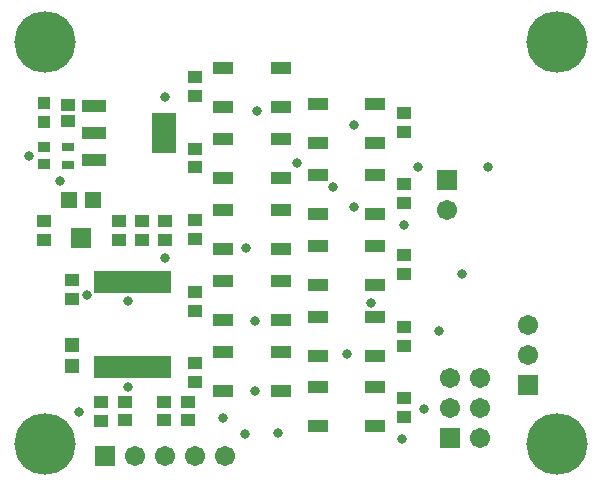
<source format=gts>
G04*
G04 #@! TF.GenerationSoftware,Altium Limited,Altium Designer,19.0.15 (446)*
G04*
G04 Layer_Color=8388736*
%FSLAX25Y25*%
%MOIN*%
G70*
G01*
G75*
%ADD14R,0.04737X0.04343*%
%ADD15R,0.08280X0.13398*%
%ADD16R,0.08280X0.04343*%
%ADD17R,0.04147X0.02572*%
%ADD18R,0.05524X0.05524*%
%ADD19R,0.07099X0.06706*%
%ADD20R,0.03950X0.03950*%
%ADD21R,0.04343X0.03556*%
%ADD22R,0.02572X0.07690*%
%ADD23R,0.05131X0.05131*%
%ADD24R,0.06706X0.04343*%
%ADD25R,0.04540X0.04147*%
%ADD26C,0.06706*%
%ADD27R,0.06706X0.06706*%
%ADD28R,0.06706X0.06706*%
%ADD29C,0.20485*%
%ADD30C,0.03162*%
D14*
X246500Y391248D02*
D03*
Y384949D02*
D03*
Y367498D02*
D03*
Y361199D02*
D03*
Y343748D02*
D03*
Y337449D02*
D03*
Y319998D02*
D03*
Y313699D02*
D03*
Y296248D02*
D03*
Y289949D02*
D03*
X177000Y403244D02*
D03*
Y396945D02*
D03*
Y379369D02*
D03*
Y373070D02*
D03*
Y331619D02*
D03*
Y325320D02*
D03*
Y307744D02*
D03*
Y301445D02*
D03*
Y355494D02*
D03*
Y349195D02*
D03*
X136000Y329350D02*
D03*
Y335650D02*
D03*
X126500Y355150D02*
D03*
Y348850D02*
D03*
X166902Y355150D02*
D03*
Y348850D02*
D03*
X159224Y355150D02*
D03*
Y348850D02*
D03*
X151500Y355150D02*
D03*
Y348850D02*
D03*
X145500Y295000D02*
D03*
Y288701D02*
D03*
X153500Y295051D02*
D03*
Y288752D02*
D03*
X166500Y295051D02*
D03*
Y288752D02*
D03*
X174500Y295051D02*
D03*
Y288752D02*
D03*
D15*
X166559Y384650D02*
D03*
D16*
X143331Y375594D02*
D03*
Y384650D02*
D03*
Y393705D02*
D03*
D17*
X134500Y379953D02*
D03*
Y374047D02*
D03*
D18*
X135063Y362236D02*
D03*
X142937D02*
D03*
D19*
X139000Y349441D02*
D03*
D20*
X126500Y388099D02*
D03*
Y394398D02*
D03*
D21*
X126500Y374244D02*
D03*
Y379756D02*
D03*
D22*
X144500Y306500D02*
D03*
X147059D02*
D03*
X149618D02*
D03*
X152177D02*
D03*
X154736D02*
D03*
X157295D02*
D03*
X159854D02*
D03*
X162413D02*
D03*
X164972D02*
D03*
X167532D02*
D03*
X144500Y334846D02*
D03*
X147059D02*
D03*
X149618D02*
D03*
X152177D02*
D03*
X154736D02*
D03*
X157295D02*
D03*
X159854D02*
D03*
X162413D02*
D03*
X164972D02*
D03*
X167532D02*
D03*
D23*
X136000Y314043D02*
D03*
Y306957D02*
D03*
D24*
X186354Y406090D02*
D03*
Y393098D02*
D03*
X205646D02*
D03*
Y406090D02*
D03*
X237146Y286748D02*
D03*
Y299740D02*
D03*
X217854D02*
D03*
Y286748D02*
D03*
X186354Y382456D02*
D03*
Y369464D02*
D03*
X205646D02*
D03*
Y382456D02*
D03*
X237146Y310336D02*
D03*
Y323328D02*
D03*
X217854D02*
D03*
Y310336D02*
D03*
X186354Y358821D02*
D03*
Y345829D02*
D03*
X205646D02*
D03*
Y358821D02*
D03*
X237146Y333923D02*
D03*
Y346915D02*
D03*
X217854D02*
D03*
Y333923D02*
D03*
X186354Y335186D02*
D03*
Y322194D02*
D03*
X205646D02*
D03*
Y335186D02*
D03*
X237146Y357511D02*
D03*
Y370503D02*
D03*
X217854D02*
D03*
Y357511D02*
D03*
X186354Y311551D02*
D03*
Y298559D02*
D03*
X205646D02*
D03*
Y311551D02*
D03*
X237146Y381098D02*
D03*
Y394091D02*
D03*
X217854D02*
D03*
Y381098D02*
D03*
D25*
X134500Y393752D02*
D03*
Y388437D02*
D03*
D26*
X288000Y320500D02*
D03*
Y310500D02*
D03*
X272000Y303000D02*
D03*
X262000D02*
D03*
X272000Y293000D02*
D03*
X262000D02*
D03*
X272000Y283000D02*
D03*
X260953Y359000D02*
D03*
X187000Y277000D02*
D03*
X177000D02*
D03*
X167000D02*
D03*
X157000D02*
D03*
D27*
X288000Y300500D02*
D03*
X262000Y283000D02*
D03*
X260953Y369000D02*
D03*
D28*
X147000Y277000D02*
D03*
D29*
X297500Y415000D02*
D03*
X127000D02*
D03*
X297500Y281000D02*
D03*
X127000D02*
D03*
D30*
X141000Y330488D02*
D03*
X138425Y291500D02*
D03*
X235500Y328000D02*
D03*
X253416Y292500D02*
D03*
X194000Y346372D02*
D03*
X197000Y322000D02*
D03*
Y298516D02*
D03*
X121500Y377000D02*
D03*
X131938Y368500D02*
D03*
X193500Y284072D02*
D03*
X204500Y284500D02*
D03*
X211000Y374500D02*
D03*
X197500Y392051D02*
D03*
X167000Y396687D02*
D03*
X265851Y337500D02*
D03*
X251291Y373344D02*
D03*
X246500Y354000D02*
D03*
X274500Y373275D02*
D03*
X230000Y387226D02*
D03*
X186354Y289547D02*
D03*
X258149Y318500D02*
D03*
X154736Y300000D02*
D03*
X227500Y311000D02*
D03*
X246000Y282500D02*
D03*
X230000Y360000D02*
D03*
X223000Y366500D02*
D03*
X167000Y343000D02*
D03*
X154736Y328500D02*
D03*
M02*

</source>
